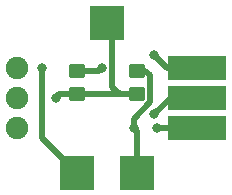
<source format=gbr>
%TF.GenerationSoftware,KiCad,Pcbnew,7.0.7*%
%TF.CreationDate,2024-01-02T00:36:13-08:00*%
%TF.ProjectId,edge_board,65646765-5f62-46f6-9172-642e6b696361,rev?*%
%TF.SameCoordinates,Original*%
%TF.FileFunction,Copper,L2,Bot*%
%TF.FilePolarity,Positive*%
%FSLAX46Y46*%
G04 Gerber Fmt 4.6, Leading zero omitted, Abs format (unit mm)*
G04 Created by KiCad (PCBNEW 7.0.7) date 2024-01-02 00:36:13*
%MOMM*%
%LPD*%
G01*
G04 APERTURE LIST*
G04 Aperture macros list*
%AMRoundRect*
0 Rectangle with rounded corners*
0 $1 Rounding radius*
0 $2 $3 $4 $5 $6 $7 $8 $9 X,Y pos of 4 corners*
0 Add a 4 corners polygon primitive as box body*
4,1,4,$2,$3,$4,$5,$6,$7,$8,$9,$2,$3,0*
0 Add four circle primitives for the rounded corners*
1,1,$1+$1,$2,$3*
1,1,$1+$1,$4,$5*
1,1,$1+$1,$6,$7*
1,1,$1+$1,$8,$9*
0 Add four rect primitives between the rounded corners*
20,1,$1+$1,$2,$3,$4,$5,0*
20,1,$1+$1,$4,$5,$6,$7,0*
20,1,$1+$1,$6,$7,$8,$9,0*
20,1,$1+$1,$8,$9,$2,$3,0*%
G04 Aperture macros list end*
%TA.AperFunction,SMDPad,CuDef*%
%ADD10R,5.000000X2.000000*%
%TD*%
%TA.AperFunction,ComponentPad*%
%ADD11C,1.900000*%
%TD*%
%TA.AperFunction,ComponentPad*%
%ADD12R,3.000000X3.000000*%
%TD*%
%TA.AperFunction,SMDPad,CuDef*%
%ADD13RoundRect,0.250000X-0.450000X0.350000X-0.450000X-0.350000X0.450000X-0.350000X0.450000X0.350000X0*%
%TD*%
%TA.AperFunction,SMDPad,CuDef*%
%ADD14RoundRect,0.250000X0.450000X-0.350000X0.450000X0.350000X-0.450000X0.350000X-0.450000X-0.350000X0*%
%TD*%
%TA.AperFunction,ViaPad*%
%ADD15C,0.800000*%
%TD*%
%TA.AperFunction,Conductor*%
%ADD16C,0.500000*%
%TD*%
G04 APERTURE END LIST*
D10*
%TO.P,J2,1,Pin_1*%
%TO.N,Net-(J1-Pin_1)*%
X147320000Y-86360000D03*
%TO.P,J2,2,Pin_2*%
%TO.N,Net-(J1-Pin_2)*%
X147320000Y-88900000D03*
%TO.P,J2,3,Pin_3*%
%TO.N,Net-(J1-Pin_3)*%
X147320000Y-91440000D03*
%TD*%
D11*
%TO.P,J1,1,Pin_1*%
%TO.N,Net-(J1-Pin_1)*%
X132080000Y-86360000D03*
%TO.P,J1,2,Pin_2*%
%TO.N,Net-(J1-Pin_2)*%
X132080000Y-88900000D03*
%TO.P,J1,3,Pin_3*%
%TO.N,Net-(J1-Pin_3)*%
X132080000Y-91440000D03*
%TD*%
D12*
%TO.P,TP2,1,1*%
%TO.N,Net-(J1-Pin_2)*%
X139700000Y-82550000D03*
%TD*%
D13*
%TO.P,R1,1*%
%TO.N,Net-(J1-Pin_1)*%
X137160000Y-86630000D03*
%TO.P,R1,2*%
%TO.N,Net-(J1-Pin_2)*%
X137160000Y-88630000D03*
%TD*%
D12*
%TO.P,TP1,1,1*%
%TO.N,Net-(J1-Pin_1)*%
X137160000Y-95250000D03*
%TD*%
%TO.P,TP3,1,1*%
%TO.N,Net-(J1-Pin_3)*%
X142240000Y-95250000D03*
%TD*%
D14*
%TO.P,R2,1*%
%TO.N,Net-(J1-Pin_2)*%
X142240000Y-88630000D03*
%TO.P,R2,2*%
%TO.N,Net-(J1-Pin_3)*%
X142240000Y-86630000D03*
%TD*%
D15*
%TO.N,Net-(J1-Pin_1)*%
X143660000Y-85250000D03*
X139300000Y-86360000D03*
X134260000Y-86360000D03*
%TO.N,Net-(J1-Pin_2)*%
X135400000Y-88900000D03*
X143740000Y-90270000D03*
%TO.N,Net-(J1-Pin_3)*%
X141975000Y-91440000D03*
X143950000Y-91440000D03*
%TD*%
D16*
%TO.N,Net-(J1-Pin_1)*%
X144770000Y-86360000D02*
X143660000Y-85250000D01*
X137160000Y-95250000D02*
X134260000Y-92350000D01*
X139030000Y-86630000D02*
X139300000Y-86360000D01*
X147320000Y-86360000D02*
X144770000Y-86360000D01*
X137160000Y-86630000D02*
X139030000Y-86630000D01*
X134260000Y-92350000D02*
X134260000Y-86360000D01*
%TO.N,Net-(J1-Pin_2)*%
X135670000Y-88630000D02*
X135400000Y-88900000D01*
X142240000Y-88630000D02*
X140820000Y-88630000D01*
X140820000Y-88630000D02*
X137160000Y-88630000D01*
X140150000Y-87960000D02*
X140820000Y-88630000D01*
X140150000Y-83000000D02*
X140150000Y-87960000D01*
X139700000Y-82550000D02*
X140150000Y-83000000D01*
X145110000Y-88900000D02*
X147320000Y-88900000D01*
X143740000Y-90270000D02*
X145110000Y-88900000D01*
X137160000Y-88630000D02*
X135670000Y-88630000D01*
%TO.N,Net-(J1-Pin_3)*%
X142980000Y-86630000D02*
X143365000Y-87015000D01*
X143390000Y-89269949D02*
X143390000Y-87040000D01*
X141975000Y-90684949D02*
X143390000Y-89269949D01*
X142240000Y-91705000D02*
X141975000Y-91440000D01*
X142240000Y-95250000D02*
X142240000Y-91705000D01*
X147320000Y-91440000D02*
X143950000Y-91440000D01*
X142240000Y-86630000D02*
X142980000Y-86630000D01*
X143390000Y-87040000D02*
X143365000Y-87015000D01*
X141975000Y-91440000D02*
X141975000Y-90684949D01*
%TD*%
M02*

</source>
